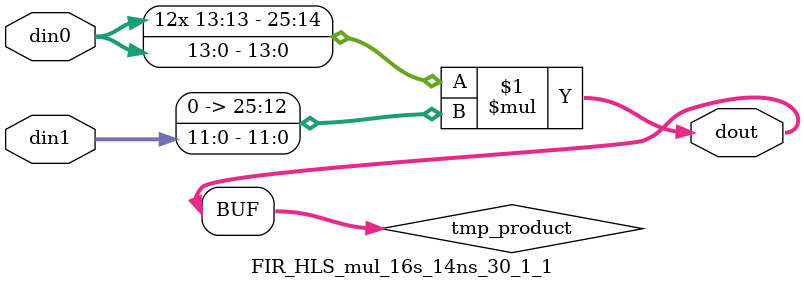
<source format=v>

`timescale 1 ns / 1 ps

 module FIR_HLS_mul_16s_14ns_30_1_1(din0, din1, dout);
parameter ID = 1;
parameter NUM_STAGE = 0;
parameter din0_WIDTH = 14;
parameter din1_WIDTH = 12;
parameter dout_WIDTH = 26;

input [din0_WIDTH - 1 : 0] din0; 
input [din1_WIDTH - 1 : 0] din1; 
output [dout_WIDTH - 1 : 0] dout;

wire signed [dout_WIDTH - 1 : 0] tmp_product;


























assign tmp_product = $signed(din0) * $signed({1'b0, din1});









assign dout = tmp_product;





















endmodule

</source>
